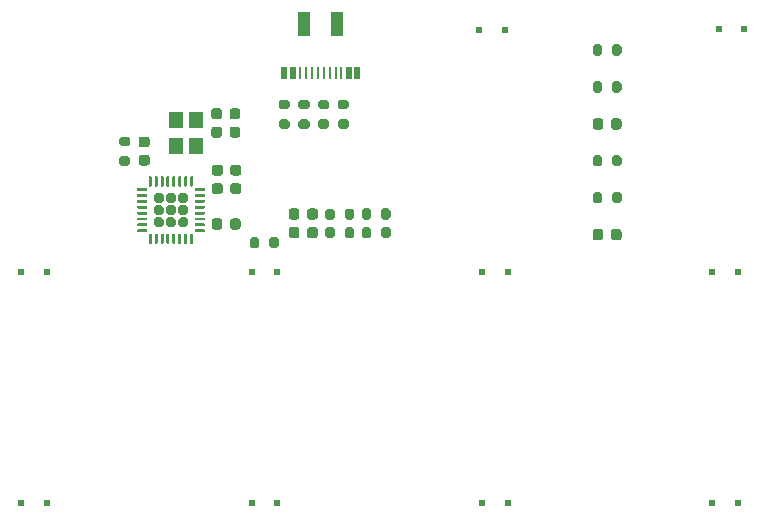
<source format=gbr>
%TF.GenerationSoftware,KiCad,Pcbnew,(5.1.9-0-10_14)*%
%TF.CreationDate,2021-03-23T22:47:06-06:00*%
%TF.ProjectId,macropad,6d616372-6f70-4616-942e-6b696361645f,rev?*%
%TF.SameCoordinates,Original*%
%TF.FileFunction,Paste,Top*%
%TF.FilePolarity,Positive*%
%FSLAX46Y46*%
G04 Gerber Fmt 4.6, Leading zero omitted, Abs format (unit mm)*
G04 Created by KiCad (PCBNEW (5.1.9-0-10_14)) date 2021-03-23 22:47:06*
%MOMM*%
%LPD*%
G01*
G04 APERTURE LIST*
%ADD10R,1.200000X1.400000*%
%ADD11R,1.000000X2.000000*%
%ADD12R,0.270000X1.000000*%
%ADD13R,0.520000X1.000000*%
%ADD14R,0.500000X0.500000*%
G04 APERTURE END LIST*
%TO.C,R14*%
G36*
G01*
X155900000Y-64690000D02*
X155350000Y-64690000D01*
G75*
G02*
X155150000Y-64490000I0J200000D01*
G01*
X155150000Y-64090000D01*
G75*
G02*
X155350000Y-63890000I200000J0D01*
G01*
X155900000Y-63890000D01*
G75*
G02*
X156100000Y-64090000I0J-200000D01*
G01*
X156100000Y-64490000D01*
G75*
G02*
X155900000Y-64690000I-200000J0D01*
G01*
G37*
G36*
G01*
X155900000Y-66340000D02*
X155350000Y-66340000D01*
G75*
G02*
X155150000Y-66140000I0J200000D01*
G01*
X155150000Y-65740000D01*
G75*
G02*
X155350000Y-65540000I200000J0D01*
G01*
X155900000Y-65540000D01*
G75*
G02*
X156100000Y-65740000I0J-200000D01*
G01*
X156100000Y-66140000D01*
G75*
G02*
X155900000Y-66340000I-200000J0D01*
G01*
G37*
%TD*%
%TO.C,R13*%
G36*
G01*
X150350000Y-65545000D02*
X150900000Y-65545000D01*
G75*
G02*
X151100000Y-65745000I0J-200000D01*
G01*
X151100000Y-66145000D01*
G75*
G02*
X150900000Y-66345000I-200000J0D01*
G01*
X150350000Y-66345000D01*
G75*
G02*
X150150000Y-66145000I0J200000D01*
G01*
X150150000Y-65745000D01*
G75*
G02*
X150350000Y-65545000I200000J0D01*
G01*
G37*
G36*
G01*
X150350000Y-63895000D02*
X150900000Y-63895000D01*
G75*
G02*
X151100000Y-64095000I0J-200000D01*
G01*
X151100000Y-64495000D01*
G75*
G02*
X150900000Y-64695000I-200000J0D01*
G01*
X150350000Y-64695000D01*
G75*
G02*
X150150000Y-64495000I0J200000D01*
G01*
X150150000Y-64095000D01*
G75*
G02*
X150350000Y-63895000I200000J0D01*
G01*
G37*
%TD*%
D10*
%TO.C,Y1*%
X141475000Y-67785000D03*
X141475000Y-65585000D03*
X143175000Y-65585000D03*
X143175000Y-67785000D03*
%TD*%
%TO.C,U1*%
G36*
G01*
X139800000Y-73840000D02*
X140215000Y-73840000D01*
G75*
G02*
X140422500Y-74047500I0J-207500D01*
G01*
X140422500Y-74462500D01*
G75*
G02*
X140215000Y-74670000I-207500J0D01*
G01*
X139800000Y-74670000D01*
G75*
G02*
X139592500Y-74462500I0J207500D01*
G01*
X139592500Y-74047500D01*
G75*
G02*
X139800000Y-73840000I207500J0D01*
G01*
G37*
G36*
G01*
X140830000Y-73840000D02*
X141245000Y-73840000D01*
G75*
G02*
X141452500Y-74047500I0J-207500D01*
G01*
X141452500Y-74462500D01*
G75*
G02*
X141245000Y-74670000I-207500J0D01*
G01*
X140830000Y-74670000D01*
G75*
G02*
X140622500Y-74462500I0J207500D01*
G01*
X140622500Y-74047500D01*
G75*
G02*
X140830000Y-73840000I207500J0D01*
G01*
G37*
G36*
G01*
X141860000Y-73840000D02*
X142275000Y-73840000D01*
G75*
G02*
X142482500Y-74047500I0J-207500D01*
G01*
X142482500Y-74462500D01*
G75*
G02*
X142275000Y-74670000I-207500J0D01*
G01*
X141860000Y-74670000D01*
G75*
G02*
X141652500Y-74462500I0J207500D01*
G01*
X141652500Y-74047500D01*
G75*
G02*
X141860000Y-73840000I207500J0D01*
G01*
G37*
G36*
G01*
X139800000Y-72810000D02*
X140215000Y-72810000D01*
G75*
G02*
X140422500Y-73017500I0J-207500D01*
G01*
X140422500Y-73432500D01*
G75*
G02*
X140215000Y-73640000I-207500J0D01*
G01*
X139800000Y-73640000D01*
G75*
G02*
X139592500Y-73432500I0J207500D01*
G01*
X139592500Y-73017500D01*
G75*
G02*
X139800000Y-72810000I207500J0D01*
G01*
G37*
G36*
G01*
X140830000Y-72810000D02*
X141245000Y-72810000D01*
G75*
G02*
X141452500Y-73017500I0J-207500D01*
G01*
X141452500Y-73432500D01*
G75*
G02*
X141245000Y-73640000I-207500J0D01*
G01*
X140830000Y-73640000D01*
G75*
G02*
X140622500Y-73432500I0J207500D01*
G01*
X140622500Y-73017500D01*
G75*
G02*
X140830000Y-72810000I207500J0D01*
G01*
G37*
G36*
G01*
X141860000Y-72810000D02*
X142275000Y-72810000D01*
G75*
G02*
X142482500Y-73017500I0J-207500D01*
G01*
X142482500Y-73432500D01*
G75*
G02*
X142275000Y-73640000I-207500J0D01*
G01*
X141860000Y-73640000D01*
G75*
G02*
X141652500Y-73432500I0J207500D01*
G01*
X141652500Y-73017500D01*
G75*
G02*
X141860000Y-72810000I207500J0D01*
G01*
G37*
G36*
G01*
X139800000Y-71780000D02*
X140215000Y-71780000D01*
G75*
G02*
X140422500Y-71987500I0J-207500D01*
G01*
X140422500Y-72402500D01*
G75*
G02*
X140215000Y-72610000I-207500J0D01*
G01*
X139800000Y-72610000D01*
G75*
G02*
X139592500Y-72402500I0J207500D01*
G01*
X139592500Y-71987500D01*
G75*
G02*
X139800000Y-71780000I207500J0D01*
G01*
G37*
G36*
G01*
X140830000Y-71780000D02*
X141245000Y-71780000D01*
G75*
G02*
X141452500Y-71987500I0J-207500D01*
G01*
X141452500Y-72402500D01*
G75*
G02*
X141245000Y-72610000I-207500J0D01*
G01*
X140830000Y-72610000D01*
G75*
G02*
X140622500Y-72402500I0J207500D01*
G01*
X140622500Y-71987500D01*
G75*
G02*
X140830000Y-71780000I207500J0D01*
G01*
G37*
G36*
G01*
X141860000Y-71780000D02*
X142275000Y-71780000D01*
G75*
G02*
X142482500Y-71987500I0J-207500D01*
G01*
X142482500Y-72402500D01*
G75*
G02*
X142275000Y-72610000I-207500J0D01*
G01*
X141860000Y-72610000D01*
G75*
G02*
X141652500Y-72402500I0J207500D01*
G01*
X141652500Y-71987500D01*
G75*
G02*
X141860000Y-71780000I207500J0D01*
G01*
G37*
G36*
G01*
X143100000Y-71350000D02*
X143850000Y-71350000D01*
G75*
G02*
X143912500Y-71412500I0J-62500D01*
G01*
X143912500Y-71537500D01*
G75*
G02*
X143850000Y-71600000I-62500J0D01*
G01*
X143100000Y-71600000D01*
G75*
G02*
X143037500Y-71537500I0J62500D01*
G01*
X143037500Y-71412500D01*
G75*
G02*
X143100000Y-71350000I62500J0D01*
G01*
G37*
G36*
G01*
X143100000Y-71850000D02*
X143850000Y-71850000D01*
G75*
G02*
X143912500Y-71912500I0J-62500D01*
G01*
X143912500Y-72037500D01*
G75*
G02*
X143850000Y-72100000I-62500J0D01*
G01*
X143100000Y-72100000D01*
G75*
G02*
X143037500Y-72037500I0J62500D01*
G01*
X143037500Y-71912500D01*
G75*
G02*
X143100000Y-71850000I62500J0D01*
G01*
G37*
G36*
G01*
X143100000Y-72350000D02*
X143850000Y-72350000D01*
G75*
G02*
X143912500Y-72412500I0J-62500D01*
G01*
X143912500Y-72537500D01*
G75*
G02*
X143850000Y-72600000I-62500J0D01*
G01*
X143100000Y-72600000D01*
G75*
G02*
X143037500Y-72537500I0J62500D01*
G01*
X143037500Y-72412500D01*
G75*
G02*
X143100000Y-72350000I62500J0D01*
G01*
G37*
G36*
G01*
X143100000Y-72850000D02*
X143850000Y-72850000D01*
G75*
G02*
X143912500Y-72912500I0J-62500D01*
G01*
X143912500Y-73037500D01*
G75*
G02*
X143850000Y-73100000I-62500J0D01*
G01*
X143100000Y-73100000D01*
G75*
G02*
X143037500Y-73037500I0J62500D01*
G01*
X143037500Y-72912500D01*
G75*
G02*
X143100000Y-72850000I62500J0D01*
G01*
G37*
G36*
G01*
X143100000Y-73350000D02*
X143850000Y-73350000D01*
G75*
G02*
X143912500Y-73412500I0J-62500D01*
G01*
X143912500Y-73537500D01*
G75*
G02*
X143850000Y-73600000I-62500J0D01*
G01*
X143100000Y-73600000D01*
G75*
G02*
X143037500Y-73537500I0J62500D01*
G01*
X143037500Y-73412500D01*
G75*
G02*
X143100000Y-73350000I62500J0D01*
G01*
G37*
G36*
G01*
X143100000Y-73850000D02*
X143850000Y-73850000D01*
G75*
G02*
X143912500Y-73912500I0J-62500D01*
G01*
X143912500Y-74037500D01*
G75*
G02*
X143850000Y-74100000I-62500J0D01*
G01*
X143100000Y-74100000D01*
G75*
G02*
X143037500Y-74037500I0J62500D01*
G01*
X143037500Y-73912500D01*
G75*
G02*
X143100000Y-73850000I62500J0D01*
G01*
G37*
G36*
G01*
X143100000Y-74350000D02*
X143850000Y-74350000D01*
G75*
G02*
X143912500Y-74412500I0J-62500D01*
G01*
X143912500Y-74537500D01*
G75*
G02*
X143850000Y-74600000I-62500J0D01*
G01*
X143100000Y-74600000D01*
G75*
G02*
X143037500Y-74537500I0J62500D01*
G01*
X143037500Y-74412500D01*
G75*
G02*
X143100000Y-74350000I62500J0D01*
G01*
G37*
G36*
G01*
X143100000Y-74850000D02*
X143850000Y-74850000D01*
G75*
G02*
X143912500Y-74912500I0J-62500D01*
G01*
X143912500Y-75037500D01*
G75*
G02*
X143850000Y-75100000I-62500J0D01*
G01*
X143100000Y-75100000D01*
G75*
G02*
X143037500Y-75037500I0J62500D01*
G01*
X143037500Y-74912500D01*
G75*
G02*
X143100000Y-74850000I62500J0D01*
G01*
G37*
G36*
G01*
X142725000Y-75225000D02*
X142850000Y-75225000D01*
G75*
G02*
X142912500Y-75287500I0J-62500D01*
G01*
X142912500Y-76037500D01*
G75*
G02*
X142850000Y-76100000I-62500J0D01*
G01*
X142725000Y-76100000D01*
G75*
G02*
X142662500Y-76037500I0J62500D01*
G01*
X142662500Y-75287500D01*
G75*
G02*
X142725000Y-75225000I62500J0D01*
G01*
G37*
G36*
G01*
X142225000Y-75225000D02*
X142350000Y-75225000D01*
G75*
G02*
X142412500Y-75287500I0J-62500D01*
G01*
X142412500Y-76037500D01*
G75*
G02*
X142350000Y-76100000I-62500J0D01*
G01*
X142225000Y-76100000D01*
G75*
G02*
X142162500Y-76037500I0J62500D01*
G01*
X142162500Y-75287500D01*
G75*
G02*
X142225000Y-75225000I62500J0D01*
G01*
G37*
G36*
G01*
X141725000Y-75225000D02*
X141850000Y-75225000D01*
G75*
G02*
X141912500Y-75287500I0J-62500D01*
G01*
X141912500Y-76037500D01*
G75*
G02*
X141850000Y-76100000I-62500J0D01*
G01*
X141725000Y-76100000D01*
G75*
G02*
X141662500Y-76037500I0J62500D01*
G01*
X141662500Y-75287500D01*
G75*
G02*
X141725000Y-75225000I62500J0D01*
G01*
G37*
G36*
G01*
X141225000Y-75225000D02*
X141350000Y-75225000D01*
G75*
G02*
X141412500Y-75287500I0J-62500D01*
G01*
X141412500Y-76037500D01*
G75*
G02*
X141350000Y-76100000I-62500J0D01*
G01*
X141225000Y-76100000D01*
G75*
G02*
X141162500Y-76037500I0J62500D01*
G01*
X141162500Y-75287500D01*
G75*
G02*
X141225000Y-75225000I62500J0D01*
G01*
G37*
G36*
G01*
X140725000Y-75225000D02*
X140850000Y-75225000D01*
G75*
G02*
X140912500Y-75287500I0J-62500D01*
G01*
X140912500Y-76037500D01*
G75*
G02*
X140850000Y-76100000I-62500J0D01*
G01*
X140725000Y-76100000D01*
G75*
G02*
X140662500Y-76037500I0J62500D01*
G01*
X140662500Y-75287500D01*
G75*
G02*
X140725000Y-75225000I62500J0D01*
G01*
G37*
G36*
G01*
X140225000Y-75225000D02*
X140350000Y-75225000D01*
G75*
G02*
X140412500Y-75287500I0J-62500D01*
G01*
X140412500Y-76037500D01*
G75*
G02*
X140350000Y-76100000I-62500J0D01*
G01*
X140225000Y-76100000D01*
G75*
G02*
X140162500Y-76037500I0J62500D01*
G01*
X140162500Y-75287500D01*
G75*
G02*
X140225000Y-75225000I62500J0D01*
G01*
G37*
G36*
G01*
X139725000Y-75225000D02*
X139850000Y-75225000D01*
G75*
G02*
X139912500Y-75287500I0J-62500D01*
G01*
X139912500Y-76037500D01*
G75*
G02*
X139850000Y-76100000I-62500J0D01*
G01*
X139725000Y-76100000D01*
G75*
G02*
X139662500Y-76037500I0J62500D01*
G01*
X139662500Y-75287500D01*
G75*
G02*
X139725000Y-75225000I62500J0D01*
G01*
G37*
G36*
G01*
X139225000Y-75225000D02*
X139350000Y-75225000D01*
G75*
G02*
X139412500Y-75287500I0J-62500D01*
G01*
X139412500Y-76037500D01*
G75*
G02*
X139350000Y-76100000I-62500J0D01*
G01*
X139225000Y-76100000D01*
G75*
G02*
X139162500Y-76037500I0J62500D01*
G01*
X139162500Y-75287500D01*
G75*
G02*
X139225000Y-75225000I62500J0D01*
G01*
G37*
G36*
G01*
X138225000Y-74850000D02*
X138975000Y-74850000D01*
G75*
G02*
X139037500Y-74912500I0J-62500D01*
G01*
X139037500Y-75037500D01*
G75*
G02*
X138975000Y-75100000I-62500J0D01*
G01*
X138225000Y-75100000D01*
G75*
G02*
X138162500Y-75037500I0J62500D01*
G01*
X138162500Y-74912500D01*
G75*
G02*
X138225000Y-74850000I62500J0D01*
G01*
G37*
G36*
G01*
X138225000Y-74350000D02*
X138975000Y-74350000D01*
G75*
G02*
X139037500Y-74412500I0J-62500D01*
G01*
X139037500Y-74537500D01*
G75*
G02*
X138975000Y-74600000I-62500J0D01*
G01*
X138225000Y-74600000D01*
G75*
G02*
X138162500Y-74537500I0J62500D01*
G01*
X138162500Y-74412500D01*
G75*
G02*
X138225000Y-74350000I62500J0D01*
G01*
G37*
G36*
G01*
X138225000Y-73850000D02*
X138975000Y-73850000D01*
G75*
G02*
X139037500Y-73912500I0J-62500D01*
G01*
X139037500Y-74037500D01*
G75*
G02*
X138975000Y-74100000I-62500J0D01*
G01*
X138225000Y-74100000D01*
G75*
G02*
X138162500Y-74037500I0J62500D01*
G01*
X138162500Y-73912500D01*
G75*
G02*
X138225000Y-73850000I62500J0D01*
G01*
G37*
G36*
G01*
X138225000Y-73350000D02*
X138975000Y-73350000D01*
G75*
G02*
X139037500Y-73412500I0J-62500D01*
G01*
X139037500Y-73537500D01*
G75*
G02*
X138975000Y-73600000I-62500J0D01*
G01*
X138225000Y-73600000D01*
G75*
G02*
X138162500Y-73537500I0J62500D01*
G01*
X138162500Y-73412500D01*
G75*
G02*
X138225000Y-73350000I62500J0D01*
G01*
G37*
G36*
G01*
X138225000Y-72850000D02*
X138975000Y-72850000D01*
G75*
G02*
X139037500Y-72912500I0J-62500D01*
G01*
X139037500Y-73037500D01*
G75*
G02*
X138975000Y-73100000I-62500J0D01*
G01*
X138225000Y-73100000D01*
G75*
G02*
X138162500Y-73037500I0J62500D01*
G01*
X138162500Y-72912500D01*
G75*
G02*
X138225000Y-72850000I62500J0D01*
G01*
G37*
G36*
G01*
X138225000Y-72350000D02*
X138975000Y-72350000D01*
G75*
G02*
X139037500Y-72412500I0J-62500D01*
G01*
X139037500Y-72537500D01*
G75*
G02*
X138975000Y-72600000I-62500J0D01*
G01*
X138225000Y-72600000D01*
G75*
G02*
X138162500Y-72537500I0J62500D01*
G01*
X138162500Y-72412500D01*
G75*
G02*
X138225000Y-72350000I62500J0D01*
G01*
G37*
G36*
G01*
X138225000Y-71850000D02*
X138975000Y-71850000D01*
G75*
G02*
X139037500Y-71912500I0J-62500D01*
G01*
X139037500Y-72037500D01*
G75*
G02*
X138975000Y-72100000I-62500J0D01*
G01*
X138225000Y-72100000D01*
G75*
G02*
X138162500Y-72037500I0J62500D01*
G01*
X138162500Y-71912500D01*
G75*
G02*
X138225000Y-71850000I62500J0D01*
G01*
G37*
G36*
G01*
X138225000Y-71350000D02*
X138975000Y-71350000D01*
G75*
G02*
X139037500Y-71412500I0J-62500D01*
G01*
X139037500Y-71537500D01*
G75*
G02*
X138975000Y-71600000I-62500J0D01*
G01*
X138225000Y-71600000D01*
G75*
G02*
X138162500Y-71537500I0J62500D01*
G01*
X138162500Y-71412500D01*
G75*
G02*
X138225000Y-71350000I62500J0D01*
G01*
G37*
G36*
G01*
X139225000Y-70350000D02*
X139350000Y-70350000D01*
G75*
G02*
X139412500Y-70412500I0J-62500D01*
G01*
X139412500Y-71162500D01*
G75*
G02*
X139350000Y-71225000I-62500J0D01*
G01*
X139225000Y-71225000D01*
G75*
G02*
X139162500Y-71162500I0J62500D01*
G01*
X139162500Y-70412500D01*
G75*
G02*
X139225000Y-70350000I62500J0D01*
G01*
G37*
G36*
G01*
X139725000Y-70350000D02*
X139850000Y-70350000D01*
G75*
G02*
X139912500Y-70412500I0J-62500D01*
G01*
X139912500Y-71162500D01*
G75*
G02*
X139850000Y-71225000I-62500J0D01*
G01*
X139725000Y-71225000D01*
G75*
G02*
X139662500Y-71162500I0J62500D01*
G01*
X139662500Y-70412500D01*
G75*
G02*
X139725000Y-70350000I62500J0D01*
G01*
G37*
G36*
G01*
X140225000Y-70350000D02*
X140350000Y-70350000D01*
G75*
G02*
X140412500Y-70412500I0J-62500D01*
G01*
X140412500Y-71162500D01*
G75*
G02*
X140350000Y-71225000I-62500J0D01*
G01*
X140225000Y-71225000D01*
G75*
G02*
X140162500Y-71162500I0J62500D01*
G01*
X140162500Y-70412500D01*
G75*
G02*
X140225000Y-70350000I62500J0D01*
G01*
G37*
G36*
G01*
X140725000Y-70350000D02*
X140850000Y-70350000D01*
G75*
G02*
X140912500Y-70412500I0J-62500D01*
G01*
X140912500Y-71162500D01*
G75*
G02*
X140850000Y-71225000I-62500J0D01*
G01*
X140725000Y-71225000D01*
G75*
G02*
X140662500Y-71162500I0J62500D01*
G01*
X140662500Y-70412500D01*
G75*
G02*
X140725000Y-70350000I62500J0D01*
G01*
G37*
G36*
G01*
X141225000Y-70350000D02*
X141350000Y-70350000D01*
G75*
G02*
X141412500Y-70412500I0J-62500D01*
G01*
X141412500Y-71162500D01*
G75*
G02*
X141350000Y-71225000I-62500J0D01*
G01*
X141225000Y-71225000D01*
G75*
G02*
X141162500Y-71162500I0J62500D01*
G01*
X141162500Y-70412500D01*
G75*
G02*
X141225000Y-70350000I62500J0D01*
G01*
G37*
G36*
G01*
X141725000Y-70350000D02*
X141850000Y-70350000D01*
G75*
G02*
X141912500Y-70412500I0J-62500D01*
G01*
X141912500Y-71162500D01*
G75*
G02*
X141850000Y-71225000I-62500J0D01*
G01*
X141725000Y-71225000D01*
G75*
G02*
X141662500Y-71162500I0J62500D01*
G01*
X141662500Y-70412500D01*
G75*
G02*
X141725000Y-70350000I62500J0D01*
G01*
G37*
G36*
G01*
X142225000Y-70350000D02*
X142350000Y-70350000D01*
G75*
G02*
X142412500Y-70412500I0J-62500D01*
G01*
X142412500Y-71162500D01*
G75*
G02*
X142350000Y-71225000I-62500J0D01*
G01*
X142225000Y-71225000D01*
G75*
G02*
X142162500Y-71162500I0J62500D01*
G01*
X142162500Y-70412500D01*
G75*
G02*
X142225000Y-70350000I62500J0D01*
G01*
G37*
G36*
G01*
X142725000Y-70350000D02*
X142850000Y-70350000D01*
G75*
G02*
X142912500Y-70412500I0J-62500D01*
G01*
X142912500Y-71162500D01*
G75*
G02*
X142850000Y-71225000I-62500J0D01*
G01*
X142725000Y-71225000D01*
G75*
G02*
X142662500Y-71162500I0J62500D01*
G01*
X142662500Y-70412500D01*
G75*
G02*
X142725000Y-70350000I62500J0D01*
G01*
G37*
%TD*%
%TO.C,R12*%
G36*
G01*
X149367800Y-76250000D02*
X149367800Y-75700000D01*
G75*
G02*
X149567800Y-75500000I200000J0D01*
G01*
X149967800Y-75500000D01*
G75*
G02*
X150167800Y-75700000I0J-200000D01*
G01*
X150167800Y-76250000D01*
G75*
G02*
X149967800Y-76450000I-200000J0D01*
G01*
X149567800Y-76450000D01*
G75*
G02*
X149367800Y-76250000I0J200000D01*
G01*
G37*
G36*
G01*
X147717800Y-76250000D02*
X147717800Y-75700000D01*
G75*
G02*
X147917800Y-75500000I200000J0D01*
G01*
X148317800Y-75500000D01*
G75*
G02*
X148517800Y-75700000I0J-200000D01*
G01*
X148517800Y-76250000D01*
G75*
G02*
X148317800Y-76450000I-200000J0D01*
G01*
X147917800Y-76450000D01*
G75*
G02*
X147717800Y-76250000I0J200000D01*
G01*
G37*
%TD*%
%TO.C,R11*%
G36*
G01*
X178389062Y-63075000D02*
X178389062Y-62525000D01*
G75*
G02*
X178589062Y-62325000I200000J0D01*
G01*
X178989062Y-62325000D01*
G75*
G02*
X179189062Y-62525000I0J-200000D01*
G01*
X179189062Y-63075000D01*
G75*
G02*
X178989062Y-63275000I-200000J0D01*
G01*
X178589062Y-63275000D01*
G75*
G02*
X178389062Y-63075000I0J200000D01*
G01*
G37*
G36*
G01*
X176739062Y-63075000D02*
X176739062Y-62525000D01*
G75*
G02*
X176939062Y-62325000I200000J0D01*
G01*
X177339062Y-62325000D01*
G75*
G02*
X177539062Y-62525000I0J-200000D01*
G01*
X177539062Y-63075000D01*
G75*
G02*
X177339062Y-63275000I-200000J0D01*
G01*
X176939062Y-63275000D01*
G75*
G02*
X176739062Y-63075000I0J200000D01*
G01*
G37*
%TD*%
%TO.C,R10*%
G36*
G01*
X178389062Y-72450000D02*
X178389062Y-71900000D01*
G75*
G02*
X178589062Y-71700000I200000J0D01*
G01*
X178989062Y-71700000D01*
G75*
G02*
X179189062Y-71900000I0J-200000D01*
G01*
X179189062Y-72450000D01*
G75*
G02*
X178989062Y-72650000I-200000J0D01*
G01*
X178589062Y-72650000D01*
G75*
G02*
X178389062Y-72450000I0J200000D01*
G01*
G37*
G36*
G01*
X176739062Y-72450000D02*
X176739062Y-71900000D01*
G75*
G02*
X176939062Y-71700000I200000J0D01*
G01*
X177339062Y-71700000D01*
G75*
G02*
X177539062Y-71900000I0J-200000D01*
G01*
X177539062Y-72450000D01*
G75*
G02*
X177339062Y-72650000I-200000J0D01*
G01*
X176939062Y-72650000D01*
G75*
G02*
X176739062Y-72450000I0J200000D01*
G01*
G37*
%TD*%
%TO.C,R9*%
G36*
G01*
X177539062Y-59400000D02*
X177539062Y-59950000D01*
G75*
G02*
X177339062Y-60150000I-200000J0D01*
G01*
X176939062Y-60150000D01*
G75*
G02*
X176739062Y-59950000I0J200000D01*
G01*
X176739062Y-59400000D01*
G75*
G02*
X176939062Y-59200000I200000J0D01*
G01*
X177339062Y-59200000D01*
G75*
G02*
X177539062Y-59400000I0J-200000D01*
G01*
G37*
G36*
G01*
X179189062Y-59400000D02*
X179189062Y-59950000D01*
G75*
G02*
X178989062Y-60150000I-200000J0D01*
G01*
X178589062Y-60150000D01*
G75*
G02*
X178389062Y-59950000I0J200000D01*
G01*
X178389062Y-59400000D01*
G75*
G02*
X178589062Y-59200000I200000J0D01*
G01*
X178989062Y-59200000D01*
G75*
G02*
X179189062Y-59400000I0J-200000D01*
G01*
G37*
%TD*%
%TO.C,R8*%
G36*
G01*
X177539062Y-68775000D02*
X177539062Y-69325000D01*
G75*
G02*
X177339062Y-69525000I-200000J0D01*
G01*
X176939062Y-69525000D01*
G75*
G02*
X176739062Y-69325000I0J200000D01*
G01*
X176739062Y-68775000D01*
G75*
G02*
X176939062Y-68575000I200000J0D01*
G01*
X177339062Y-68575000D01*
G75*
G02*
X177539062Y-68775000I0J-200000D01*
G01*
G37*
G36*
G01*
X179189062Y-68775000D02*
X179189062Y-69325000D01*
G75*
G02*
X178989062Y-69525000I-200000J0D01*
G01*
X178589062Y-69525000D01*
G75*
G02*
X178389062Y-69325000I0J200000D01*
G01*
X178389062Y-68775000D01*
G75*
G02*
X178589062Y-68575000I200000J0D01*
G01*
X178989062Y-68575000D01*
G75*
G02*
X179189062Y-68775000I0J-200000D01*
G01*
G37*
%TD*%
%TO.C,R7*%
G36*
G01*
X155760000Y-75410000D02*
X155760000Y-74860000D01*
G75*
G02*
X155960000Y-74660000I200000J0D01*
G01*
X156360000Y-74660000D01*
G75*
G02*
X156560000Y-74860000I0J-200000D01*
G01*
X156560000Y-75410000D01*
G75*
G02*
X156360000Y-75610000I-200000J0D01*
G01*
X155960000Y-75610000D01*
G75*
G02*
X155760000Y-75410000I0J200000D01*
G01*
G37*
G36*
G01*
X154110000Y-75410000D02*
X154110000Y-74860000D01*
G75*
G02*
X154310000Y-74660000I200000J0D01*
G01*
X154710000Y-74660000D01*
G75*
G02*
X154910000Y-74860000I0J-200000D01*
G01*
X154910000Y-75410000D01*
G75*
G02*
X154710000Y-75610000I-200000J0D01*
G01*
X154310000Y-75610000D01*
G75*
G02*
X154110000Y-75410000I0J200000D01*
G01*
G37*
%TD*%
%TO.C,R6*%
G36*
G01*
X155750000Y-73840000D02*
X155750000Y-73290000D01*
G75*
G02*
X155950000Y-73090000I200000J0D01*
G01*
X156350000Y-73090000D01*
G75*
G02*
X156550000Y-73290000I0J-200000D01*
G01*
X156550000Y-73840000D01*
G75*
G02*
X156350000Y-74040000I-200000J0D01*
G01*
X155950000Y-74040000D01*
G75*
G02*
X155750000Y-73840000I0J200000D01*
G01*
G37*
G36*
G01*
X154100000Y-73840000D02*
X154100000Y-73290000D01*
G75*
G02*
X154300000Y-73090000I200000J0D01*
G01*
X154700000Y-73090000D01*
G75*
G02*
X154900000Y-73290000I0J-200000D01*
G01*
X154900000Y-73840000D01*
G75*
G02*
X154700000Y-74040000I-200000J0D01*
G01*
X154300000Y-74040000D01*
G75*
G02*
X154100000Y-73840000I0J200000D01*
G01*
G37*
%TD*%
%TO.C,R5*%
G36*
G01*
X158850000Y-75410000D02*
X158850000Y-74860000D01*
G75*
G02*
X159050000Y-74660000I200000J0D01*
G01*
X159450000Y-74660000D01*
G75*
G02*
X159650000Y-74860000I0J-200000D01*
G01*
X159650000Y-75410000D01*
G75*
G02*
X159450000Y-75610000I-200000J0D01*
G01*
X159050000Y-75610000D01*
G75*
G02*
X158850000Y-75410000I0J200000D01*
G01*
G37*
G36*
G01*
X157200000Y-75410000D02*
X157200000Y-74860000D01*
G75*
G02*
X157400000Y-74660000I200000J0D01*
G01*
X157800000Y-74660000D01*
G75*
G02*
X158000000Y-74860000I0J-200000D01*
G01*
X158000000Y-75410000D01*
G75*
G02*
X157800000Y-75610000I-200000J0D01*
G01*
X157400000Y-75610000D01*
G75*
G02*
X157200000Y-75410000I0J200000D01*
G01*
G37*
%TD*%
%TO.C,R4*%
G36*
G01*
X158830000Y-73830000D02*
X158830000Y-73280000D01*
G75*
G02*
X159030000Y-73080000I200000J0D01*
G01*
X159430000Y-73080000D01*
G75*
G02*
X159630000Y-73280000I0J-200000D01*
G01*
X159630000Y-73830000D01*
G75*
G02*
X159430000Y-74030000I-200000J0D01*
G01*
X159030000Y-74030000D01*
G75*
G02*
X158830000Y-73830000I0J200000D01*
G01*
G37*
G36*
G01*
X157180000Y-73830000D02*
X157180000Y-73280000D01*
G75*
G02*
X157380000Y-73080000I200000J0D01*
G01*
X157780000Y-73080000D01*
G75*
G02*
X157980000Y-73280000I0J-200000D01*
G01*
X157980000Y-73830000D01*
G75*
G02*
X157780000Y-74030000I-200000J0D01*
G01*
X157380000Y-74030000D01*
G75*
G02*
X157180000Y-73830000I0J200000D01*
G01*
G37*
%TD*%
%TO.C,R3*%
G36*
G01*
X137400000Y-67800000D02*
X136850000Y-67800000D01*
G75*
G02*
X136650000Y-67600000I0J200000D01*
G01*
X136650000Y-67200000D01*
G75*
G02*
X136850000Y-67000000I200000J0D01*
G01*
X137400000Y-67000000D01*
G75*
G02*
X137600000Y-67200000I0J-200000D01*
G01*
X137600000Y-67600000D01*
G75*
G02*
X137400000Y-67800000I-200000J0D01*
G01*
G37*
G36*
G01*
X137400000Y-69450000D02*
X136850000Y-69450000D01*
G75*
G02*
X136650000Y-69250000I0J200000D01*
G01*
X136650000Y-68850000D01*
G75*
G02*
X136850000Y-68650000I200000J0D01*
G01*
X137400000Y-68650000D01*
G75*
G02*
X137600000Y-68850000I0J-200000D01*
G01*
X137600000Y-69250000D01*
G75*
G02*
X137400000Y-69450000I-200000J0D01*
G01*
G37*
%TD*%
%TO.C,R2*%
G36*
G01*
X153690000Y-65540000D02*
X154240000Y-65540000D01*
G75*
G02*
X154440000Y-65740000I0J-200000D01*
G01*
X154440000Y-66140000D01*
G75*
G02*
X154240000Y-66340000I-200000J0D01*
G01*
X153690000Y-66340000D01*
G75*
G02*
X153490000Y-66140000I0J200000D01*
G01*
X153490000Y-65740000D01*
G75*
G02*
X153690000Y-65540000I200000J0D01*
G01*
G37*
G36*
G01*
X153690000Y-63890000D02*
X154240000Y-63890000D01*
G75*
G02*
X154440000Y-64090000I0J-200000D01*
G01*
X154440000Y-64490000D01*
G75*
G02*
X154240000Y-64690000I-200000J0D01*
G01*
X153690000Y-64690000D01*
G75*
G02*
X153490000Y-64490000I0J200000D01*
G01*
X153490000Y-64090000D01*
G75*
G02*
X153690000Y-63890000I200000J0D01*
G01*
G37*
%TD*%
%TO.C,R1*%
G36*
G01*
X152030000Y-65545000D02*
X152580000Y-65545000D01*
G75*
G02*
X152780000Y-65745000I0J-200000D01*
G01*
X152780000Y-66145000D01*
G75*
G02*
X152580000Y-66345000I-200000J0D01*
G01*
X152030000Y-66345000D01*
G75*
G02*
X151830000Y-66145000I0J200000D01*
G01*
X151830000Y-65745000D01*
G75*
G02*
X152030000Y-65545000I200000J0D01*
G01*
G37*
G36*
G01*
X152030000Y-63895000D02*
X152580000Y-63895000D01*
G75*
G02*
X152780000Y-64095000I0J-200000D01*
G01*
X152780000Y-64495000D01*
G75*
G02*
X152580000Y-64695000I-200000J0D01*
G01*
X152030000Y-64695000D01*
G75*
G02*
X151830000Y-64495000I0J200000D01*
G01*
X151830000Y-64095000D01*
G75*
G02*
X152030000Y-63895000I200000J0D01*
G01*
G37*
%TD*%
D11*
%TO.C,J1*%
X152325000Y-57455000D03*
X155125000Y-57455000D03*
D12*
X152475000Y-61655000D03*
X152975000Y-61655000D03*
X153475000Y-61655000D03*
X153975000Y-61655000D03*
X154475000Y-61655000D03*
X154975000Y-61655000D03*
X151975000Y-61655000D03*
X155475000Y-61655000D03*
D13*
X151375000Y-61655000D03*
X156075000Y-61655000D03*
X150625000Y-61655000D03*
X156825000Y-61655000D03*
%TD*%
D14*
%TO.C,D10*%
X189060000Y-97985000D03*
X186860000Y-97985000D03*
%TD*%
%TO.C,D9*%
X189060000Y-78465000D03*
X186860000Y-78465000D03*
%TD*%
%TO.C,D8*%
X189600000Y-57850000D03*
X187400000Y-57850000D03*
%TD*%
%TO.C,D7*%
X169560000Y-97995000D03*
X167360000Y-97995000D03*
%TD*%
%TO.C,D6*%
X169560000Y-78465000D03*
X167360000Y-78465000D03*
%TD*%
%TO.C,D5*%
X169350000Y-58000000D03*
X167150000Y-58000000D03*
%TD*%
%TO.C,D4*%
X150060000Y-97995000D03*
X147860000Y-97995000D03*
%TD*%
%TO.C,D3*%
X150060000Y-78465000D03*
X147860000Y-78465000D03*
%TD*%
%TO.C,D2*%
X130560000Y-97995000D03*
X128360000Y-97995000D03*
%TD*%
%TO.C,D1*%
X130560000Y-78465000D03*
X128360000Y-78465000D03*
%TD*%
%TO.C,C11*%
G36*
G01*
X177639062Y-65675000D02*
X177639062Y-66175000D01*
G75*
G02*
X177414062Y-66400000I-225000J0D01*
G01*
X176964062Y-66400000D01*
G75*
G02*
X176739062Y-66175000I0J225000D01*
G01*
X176739062Y-65675000D01*
G75*
G02*
X176964062Y-65450000I225000J0D01*
G01*
X177414062Y-65450000D01*
G75*
G02*
X177639062Y-65675000I0J-225000D01*
G01*
G37*
G36*
G01*
X179189062Y-65675000D02*
X179189062Y-66175000D01*
G75*
G02*
X178964062Y-66400000I-225000J0D01*
G01*
X178514062Y-66400000D01*
G75*
G02*
X178289062Y-66175000I0J225000D01*
G01*
X178289062Y-65675000D01*
G75*
G02*
X178514062Y-65450000I225000J0D01*
G01*
X178964062Y-65450000D01*
G75*
G02*
X179189062Y-65675000I0J-225000D01*
G01*
G37*
%TD*%
%TO.C,C10*%
G36*
G01*
X178289062Y-75550000D02*
X178289062Y-75050000D01*
G75*
G02*
X178514062Y-74825000I225000J0D01*
G01*
X178964062Y-74825000D01*
G75*
G02*
X179189062Y-75050000I0J-225000D01*
G01*
X179189062Y-75550000D01*
G75*
G02*
X178964062Y-75775000I-225000J0D01*
G01*
X178514062Y-75775000D01*
G75*
G02*
X178289062Y-75550000I0J225000D01*
G01*
G37*
G36*
G01*
X176739062Y-75550000D02*
X176739062Y-75050000D01*
G75*
G02*
X176964062Y-74825000I225000J0D01*
G01*
X177414062Y-74825000D01*
G75*
G02*
X177639062Y-75050000I0J-225000D01*
G01*
X177639062Y-75550000D01*
G75*
G02*
X177414062Y-75775000I-225000J0D01*
G01*
X176964062Y-75775000D01*
G75*
G02*
X176739062Y-75550000I0J225000D01*
G01*
G37*
%TD*%
%TO.C,C9*%
G36*
G01*
X151920000Y-74885000D02*
X151920000Y-75385000D01*
G75*
G02*
X151695000Y-75610000I-225000J0D01*
G01*
X151245000Y-75610000D01*
G75*
G02*
X151020000Y-75385000I0J225000D01*
G01*
X151020000Y-74885000D01*
G75*
G02*
X151245000Y-74660000I225000J0D01*
G01*
X151695000Y-74660000D01*
G75*
G02*
X151920000Y-74885000I0J-225000D01*
G01*
G37*
G36*
G01*
X153470000Y-74885000D02*
X153470000Y-75385000D01*
G75*
G02*
X153245000Y-75610000I-225000J0D01*
G01*
X152795000Y-75610000D01*
G75*
G02*
X152570000Y-75385000I0J225000D01*
G01*
X152570000Y-74885000D01*
G75*
G02*
X152795000Y-74660000I225000J0D01*
G01*
X153245000Y-74660000D01*
G75*
G02*
X153470000Y-74885000I0J-225000D01*
G01*
G37*
%TD*%
%TO.C,C7*%
G36*
G01*
X146775000Y-70300000D02*
X146275000Y-70300000D01*
G75*
G02*
X146050000Y-70075000I0J225000D01*
G01*
X146050000Y-69625000D01*
G75*
G02*
X146275000Y-69400000I225000J0D01*
G01*
X146775000Y-69400000D01*
G75*
G02*
X147000000Y-69625000I0J-225000D01*
G01*
X147000000Y-70075000D01*
G75*
G02*
X146775000Y-70300000I-225000J0D01*
G01*
G37*
G36*
G01*
X146775000Y-71850000D02*
X146275000Y-71850000D01*
G75*
G02*
X146050000Y-71625000I0J225000D01*
G01*
X146050000Y-71175000D01*
G75*
G02*
X146275000Y-70950000I225000J0D01*
G01*
X146775000Y-70950000D01*
G75*
G02*
X147000000Y-71175000I0J-225000D01*
G01*
X147000000Y-71625000D01*
G75*
G02*
X146775000Y-71850000I-225000J0D01*
G01*
G37*
%TD*%
%TO.C,C6*%
G36*
G01*
X151920000Y-73305000D02*
X151920000Y-73805000D01*
G75*
G02*
X151695000Y-74030000I-225000J0D01*
G01*
X151245000Y-74030000D01*
G75*
G02*
X151020000Y-73805000I0J225000D01*
G01*
X151020000Y-73305000D01*
G75*
G02*
X151245000Y-73080000I225000J0D01*
G01*
X151695000Y-73080000D01*
G75*
G02*
X151920000Y-73305000I0J-225000D01*
G01*
G37*
G36*
G01*
X153470000Y-73305000D02*
X153470000Y-73805000D01*
G75*
G02*
X153245000Y-74030000I-225000J0D01*
G01*
X152795000Y-74030000D01*
G75*
G02*
X152570000Y-73805000I0J225000D01*
G01*
X152570000Y-73305000D01*
G75*
G02*
X152795000Y-73080000I225000J0D01*
G01*
X153245000Y-73080000D01*
G75*
G02*
X153470000Y-73305000I0J-225000D01*
G01*
G37*
%TD*%
%TO.C,C5*%
G36*
G01*
X145225000Y-70300000D02*
X144725000Y-70300000D01*
G75*
G02*
X144500000Y-70075000I0J225000D01*
G01*
X144500000Y-69625000D01*
G75*
G02*
X144725000Y-69400000I225000J0D01*
G01*
X145225000Y-69400000D01*
G75*
G02*
X145450000Y-69625000I0J-225000D01*
G01*
X145450000Y-70075000D01*
G75*
G02*
X145225000Y-70300000I-225000J0D01*
G01*
G37*
G36*
G01*
X145225000Y-71850000D02*
X144725000Y-71850000D01*
G75*
G02*
X144500000Y-71625000I0J225000D01*
G01*
X144500000Y-71175000D01*
G75*
G02*
X144725000Y-70950000I225000J0D01*
G01*
X145225000Y-70950000D01*
G75*
G02*
X145450000Y-71175000I0J-225000D01*
G01*
X145450000Y-71625000D01*
G75*
G02*
X145225000Y-71850000I-225000J0D01*
G01*
G37*
%TD*%
%TO.C,C4*%
G36*
G01*
X139025000Y-67900000D02*
X138525000Y-67900000D01*
G75*
G02*
X138300000Y-67675000I0J225000D01*
G01*
X138300000Y-67225000D01*
G75*
G02*
X138525000Y-67000000I225000J0D01*
G01*
X139025000Y-67000000D01*
G75*
G02*
X139250000Y-67225000I0J-225000D01*
G01*
X139250000Y-67675000D01*
G75*
G02*
X139025000Y-67900000I-225000J0D01*
G01*
G37*
G36*
G01*
X139025000Y-69450000D02*
X138525000Y-69450000D01*
G75*
G02*
X138300000Y-69225000I0J225000D01*
G01*
X138300000Y-68775000D01*
G75*
G02*
X138525000Y-68550000I225000J0D01*
G01*
X139025000Y-68550000D01*
G75*
G02*
X139250000Y-68775000I0J-225000D01*
G01*
X139250000Y-69225000D01*
G75*
G02*
X139025000Y-69450000I-225000J0D01*
G01*
G37*
%TD*%
%TO.C,C3*%
G36*
G01*
X146035000Y-74655000D02*
X146035000Y-74155000D01*
G75*
G02*
X146260000Y-73930000I225000J0D01*
G01*
X146710000Y-73930000D01*
G75*
G02*
X146935000Y-74155000I0J-225000D01*
G01*
X146935000Y-74655000D01*
G75*
G02*
X146710000Y-74880000I-225000J0D01*
G01*
X146260000Y-74880000D01*
G75*
G02*
X146035000Y-74655000I0J225000D01*
G01*
G37*
G36*
G01*
X144485000Y-74655000D02*
X144485000Y-74155000D01*
G75*
G02*
X144710000Y-73930000I225000J0D01*
G01*
X145160000Y-73930000D01*
G75*
G02*
X145385000Y-74155000I0J-225000D01*
G01*
X145385000Y-74655000D01*
G75*
G02*
X145160000Y-74880000I-225000J0D01*
G01*
X144710000Y-74880000D01*
G75*
G02*
X144485000Y-74655000I0J225000D01*
G01*
G37*
%TD*%
%TO.C,C2*%
G36*
G01*
X146000000Y-65325000D02*
X146000000Y-64825000D01*
G75*
G02*
X146225000Y-64600000I225000J0D01*
G01*
X146675000Y-64600000D01*
G75*
G02*
X146900000Y-64825000I0J-225000D01*
G01*
X146900000Y-65325000D01*
G75*
G02*
X146675000Y-65550000I-225000J0D01*
G01*
X146225000Y-65550000D01*
G75*
G02*
X146000000Y-65325000I0J225000D01*
G01*
G37*
G36*
G01*
X144450000Y-65325000D02*
X144450000Y-64825000D01*
G75*
G02*
X144675000Y-64600000I225000J0D01*
G01*
X145125000Y-64600000D01*
G75*
G02*
X145350000Y-64825000I0J-225000D01*
G01*
X145350000Y-65325000D01*
G75*
G02*
X145125000Y-65550000I-225000J0D01*
G01*
X144675000Y-65550000D01*
G75*
G02*
X144450000Y-65325000I0J225000D01*
G01*
G37*
%TD*%
%TO.C,C1*%
G36*
G01*
X146005000Y-66875000D02*
X146005000Y-66375000D01*
G75*
G02*
X146230000Y-66150000I225000J0D01*
G01*
X146680000Y-66150000D01*
G75*
G02*
X146905000Y-66375000I0J-225000D01*
G01*
X146905000Y-66875000D01*
G75*
G02*
X146680000Y-67100000I-225000J0D01*
G01*
X146230000Y-67100000D01*
G75*
G02*
X146005000Y-66875000I0J225000D01*
G01*
G37*
G36*
G01*
X144455000Y-66875000D02*
X144455000Y-66375000D01*
G75*
G02*
X144680000Y-66150000I225000J0D01*
G01*
X145130000Y-66150000D01*
G75*
G02*
X145355000Y-66375000I0J-225000D01*
G01*
X145355000Y-66875000D01*
G75*
G02*
X145130000Y-67100000I-225000J0D01*
G01*
X144680000Y-67100000D01*
G75*
G02*
X144455000Y-66875000I0J225000D01*
G01*
G37*
%TD*%
M02*

</source>
